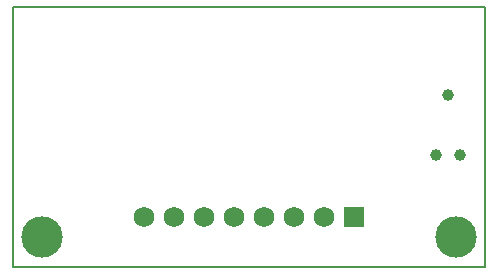
<source format=gbs>
G04*
G04 #@! TF.GenerationSoftware,Altium Limited,Altium Designer,20.2.5 (213)*
G04*
G04 Layer_Color=16711935*
%FSLAX25Y25*%
%MOIN*%
G70*
G04*
G04 #@! TF.SameCoordinates,6F863687-9C3A-4172-A650-1A8696597D16*
G04*
G04*
G04 #@! TF.FilePolarity,Negative*
G04*
G01*
G75*
%ADD11C,0.00500*%
%ADD34C,0.03937*%
%ADD35C,0.06890*%
%ADD36R,0.06890X0.06890*%
%ADD37C,0.13779*%
D11*
X0Y86614D02*
X157480Y86614D01*
X0Y-0D02*
X157480Y0D01*
X0Y-0D02*
Y86614D01*
X157480Y0D02*
Y86614D01*
D34*
X141138Y37224D02*
D03*
X149138D02*
D03*
X145138Y57224D02*
D03*
D35*
X63740Y16417D02*
D03*
X73740D02*
D03*
X83740D02*
D03*
X103740D02*
D03*
X93740D02*
D03*
X53740D02*
D03*
X43740D02*
D03*
D36*
X113740D02*
D03*
D37*
X147638Y9843D02*
D03*
X9843D02*
D03*
M02*

</source>
